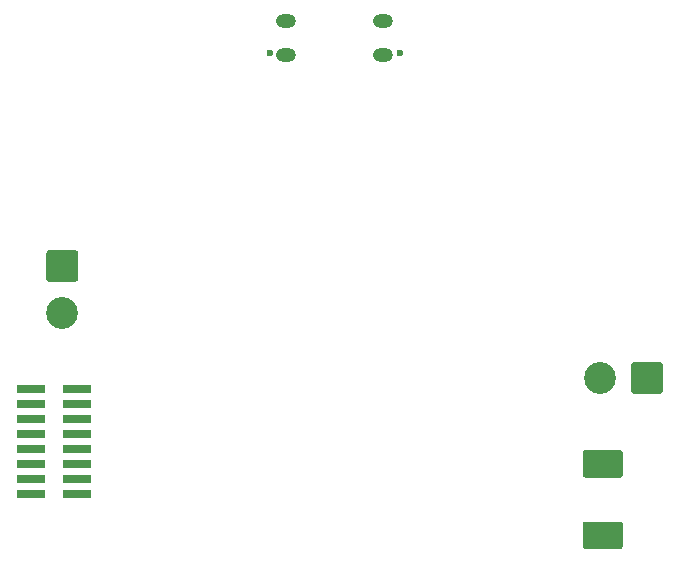
<source format=gbr>
%TF.GenerationSoftware,KiCad,Pcbnew,(5.1.9)-1*%
%TF.CreationDate,2024-04-03T17:37:13+03:00*%
%TF.ProjectId,jantteri_right,6a616e74-7465-4726-995f-72696768742e,rev?*%
%TF.SameCoordinates,Original*%
%TF.FileFunction,Soldermask,Bot*%
%TF.FilePolarity,Negative*%
%FSLAX46Y46*%
G04 Gerber Fmt 4.6, Leading zero omitted, Abs format (unit mm)*
G04 Created by KiCad (PCBNEW (5.1.9)-1) date 2024-04-03 17:37:13*
%MOMM*%
%LPD*%
G01*
G04 APERTURE LIST*
%ADD10O,1.700000X1.200000*%
%ADD11C,0.600000*%
%ADD12C,2.700000*%
%ADD13R,2.400000X0.740000*%
G04 APERTURE END LIST*
D10*
%TO.C,J1*%
X143210720Y-60725660D03*
D11*
X144610720Y-60555660D03*
D10*
X143210720Y-57785660D03*
X135010720Y-60725660D03*
X135010720Y-57785660D03*
D11*
X133610720Y-60555660D03*
%TD*%
D12*
%TO.C,J3*%
X116052600Y-82517120D03*
G36*
G01*
X114952601Y-77207120D02*
X117152599Y-77207120D01*
G75*
G02*
X117402600Y-77457121I0J-250001D01*
G01*
X117402600Y-79657119D01*
G75*
G02*
X117152599Y-79907120I-250001J0D01*
G01*
X114952601Y-79907120D01*
G75*
G02*
X114702600Y-79657119I0J250001D01*
G01*
X114702600Y-77457121D01*
G75*
G02*
X114952601Y-77207120I250001J0D01*
G01*
G37*
%TD*%
%TO.C,J2*%
X161597200Y-88044020D03*
G36*
G01*
X166907200Y-86944021D02*
X166907200Y-89144019D01*
G75*
G02*
X166657199Y-89394020I-250001J0D01*
G01*
X164457201Y-89394020D01*
G75*
G02*
X164207200Y-89144019I0J250001D01*
G01*
X164207200Y-86944021D01*
G75*
G02*
X164457201Y-86694020I250001J0D01*
G01*
X166657199Y-86694020D01*
G75*
G02*
X166907200Y-86944021I0J-250001D01*
G01*
G37*
%TD*%
%TO.C,L1*%
G36*
G01*
X160358400Y-100183700D02*
X163288400Y-100183700D01*
G75*
G02*
X163523400Y-100418700I0J-235000D01*
G01*
X163523400Y-102298700D01*
G75*
G02*
X163288400Y-102533700I-235000J0D01*
G01*
X160358400Y-102533700D01*
G75*
G02*
X160123400Y-102298700I0J235000D01*
G01*
X160123400Y-100418700D01*
G75*
G02*
X160358400Y-100183700I235000J0D01*
G01*
G37*
G36*
G01*
X160358400Y-94133700D02*
X163288400Y-94133700D01*
G75*
G02*
X163523400Y-94368700I0J-235000D01*
G01*
X163523400Y-96248700D01*
G75*
G02*
X163288400Y-96483700I-235000J0D01*
G01*
X160358400Y-96483700D01*
G75*
G02*
X160123400Y-96248700I0J235000D01*
G01*
X160123400Y-94368700D01*
G75*
G02*
X160358400Y-94133700I235000J0D01*
G01*
G37*
%TD*%
D13*
%TO.C,J4*%
X117286320Y-88981280D03*
X113386320Y-88981280D03*
X117286320Y-90251280D03*
X113386320Y-90251280D03*
X117286320Y-91521280D03*
X113386320Y-91521280D03*
X117286320Y-92791280D03*
X113386320Y-92791280D03*
X117286320Y-94061280D03*
X113386320Y-94061280D03*
X117286320Y-95331280D03*
X113386320Y-95331280D03*
X117286320Y-96601280D03*
X113386320Y-96601280D03*
X117286320Y-97871280D03*
X113386320Y-97871280D03*
%TD*%
M02*

</source>
